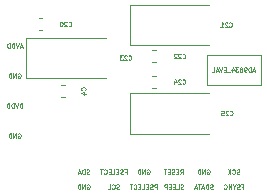
<source format=gbr>
%TF.GenerationSoftware,KiCad,Pcbnew,5.1.6-c6e7f7d~87~ubuntu18.04.1*%
%TF.CreationDate,2020-08-02T22:12:59+02:00*%
%TF.ProjectId,ad9834_eval,61643938-3334-45f6-9576-616c2e6b6963,rev?*%
%TF.SameCoordinates,Original*%
%TF.FileFunction,Legend,Bot*%
%TF.FilePolarity,Positive*%
%FSLAX46Y46*%
G04 Gerber Fmt 4.6, Leading zero omitted, Abs format (unit mm)*
G04 Created by KiCad (PCBNEW 5.1.6-c6e7f7d~87~ubuntu18.04.1) date 2020-08-02 22:12:59*
%MOMM*%
%LPD*%
G01*
G04 APERTURE LIST*
%ADD10C,0.076200*%
G04 APERTURE END LIST*
D10*
X95250000Y-80518000D02*
X90678000Y-80518000D01*
X95250000Y-83058000D02*
X95250000Y-80518000D01*
X90678000Y-83058000D02*
X95250000Y-83058000D01*
X90678000Y-80518000D02*
X90678000Y-83058000D01*
X94769214Y-81851500D02*
X94587785Y-81851500D01*
X94805500Y-81960357D02*
X94678500Y-81579357D01*
X94551500Y-81960357D01*
X94424500Y-81960357D02*
X94424500Y-81579357D01*
X94333785Y-81579357D01*
X94279357Y-81597500D01*
X94243071Y-81633785D01*
X94224928Y-81670071D01*
X94206785Y-81742642D01*
X94206785Y-81797071D01*
X94224928Y-81869642D01*
X94243071Y-81905928D01*
X94279357Y-81942214D01*
X94333785Y-81960357D01*
X94424500Y-81960357D01*
X94025357Y-81960357D02*
X93952785Y-81960357D01*
X93916500Y-81942214D01*
X93898357Y-81924071D01*
X93862071Y-81869642D01*
X93843928Y-81797071D01*
X93843928Y-81651928D01*
X93862071Y-81615642D01*
X93880214Y-81597500D01*
X93916500Y-81579357D01*
X93989071Y-81579357D01*
X94025357Y-81597500D01*
X94043500Y-81615642D01*
X94061642Y-81651928D01*
X94061642Y-81742642D01*
X94043500Y-81778928D01*
X94025357Y-81797071D01*
X93989071Y-81815214D01*
X93916500Y-81815214D01*
X93880214Y-81797071D01*
X93862071Y-81778928D01*
X93843928Y-81742642D01*
X93626214Y-81742642D02*
X93662500Y-81724500D01*
X93680642Y-81706357D01*
X93698785Y-81670071D01*
X93698785Y-81651928D01*
X93680642Y-81615642D01*
X93662500Y-81597500D01*
X93626214Y-81579357D01*
X93553642Y-81579357D01*
X93517357Y-81597500D01*
X93499214Y-81615642D01*
X93481071Y-81651928D01*
X93481071Y-81670071D01*
X93499214Y-81706357D01*
X93517357Y-81724500D01*
X93553642Y-81742642D01*
X93626214Y-81742642D01*
X93662500Y-81760785D01*
X93680642Y-81778928D01*
X93698785Y-81815214D01*
X93698785Y-81887785D01*
X93680642Y-81924071D01*
X93662500Y-81942214D01*
X93626214Y-81960357D01*
X93553642Y-81960357D01*
X93517357Y-81942214D01*
X93499214Y-81924071D01*
X93481071Y-81887785D01*
X93481071Y-81815214D01*
X93499214Y-81778928D01*
X93517357Y-81760785D01*
X93553642Y-81742642D01*
X93354071Y-81579357D02*
X93118214Y-81579357D01*
X93245214Y-81724500D01*
X93190785Y-81724500D01*
X93154500Y-81742642D01*
X93136357Y-81760785D01*
X93118214Y-81797071D01*
X93118214Y-81887785D01*
X93136357Y-81924071D01*
X93154500Y-81942214D01*
X93190785Y-81960357D01*
X93299642Y-81960357D01*
X93335928Y-81942214D01*
X93354071Y-81924071D01*
X92791642Y-81706357D02*
X92791642Y-81960357D01*
X92882357Y-81561214D02*
X92973071Y-81833357D01*
X92737214Y-81833357D01*
X92682785Y-81996642D02*
X92392500Y-81996642D01*
X92301785Y-81760785D02*
X92174785Y-81760785D01*
X92120357Y-81960357D02*
X92301785Y-81960357D01*
X92301785Y-81579357D01*
X92120357Y-81579357D01*
X92011500Y-81579357D02*
X91884500Y-81960357D01*
X91757500Y-81579357D01*
X91648642Y-81851500D02*
X91467214Y-81851500D01*
X91684928Y-81960357D02*
X91557928Y-81579357D01*
X91430928Y-81960357D01*
X91122500Y-81960357D02*
X91303928Y-81960357D01*
X91303928Y-81579357D01*
X74712285Y-82105500D02*
X74748571Y-82087357D01*
X74803000Y-82087357D01*
X74857428Y-82105500D01*
X74893714Y-82141785D01*
X74911857Y-82178071D01*
X74930000Y-82250642D01*
X74930000Y-82305071D01*
X74911857Y-82377642D01*
X74893714Y-82413928D01*
X74857428Y-82450214D01*
X74803000Y-82468357D01*
X74766714Y-82468357D01*
X74712285Y-82450214D01*
X74694142Y-82432071D01*
X74694142Y-82305071D01*
X74766714Y-82305071D01*
X74530857Y-82468357D02*
X74530857Y-82087357D01*
X74313142Y-82468357D01*
X74313142Y-82087357D01*
X74131714Y-82468357D02*
X74131714Y-82087357D01*
X74041000Y-82087357D01*
X73986571Y-82105500D01*
X73950285Y-82141785D01*
X73932142Y-82178071D01*
X73914000Y-82250642D01*
X73914000Y-82305071D01*
X73932142Y-82377642D01*
X73950285Y-82413928D01*
X73986571Y-82450214D01*
X74041000Y-82468357D01*
X74131714Y-82468357D01*
X75057000Y-79819500D02*
X74875571Y-79819500D01*
X75093285Y-79928357D02*
X74966285Y-79547357D01*
X74839285Y-79928357D01*
X74766714Y-79547357D02*
X74639714Y-79928357D01*
X74512714Y-79547357D01*
X74385714Y-79928357D02*
X74385714Y-79547357D01*
X74295000Y-79547357D01*
X74240571Y-79565500D01*
X74204285Y-79601785D01*
X74186142Y-79638071D01*
X74168000Y-79710642D01*
X74168000Y-79765071D01*
X74186142Y-79837642D01*
X74204285Y-79873928D01*
X74240571Y-79910214D01*
X74295000Y-79928357D01*
X74385714Y-79928357D01*
X74004714Y-79928357D02*
X74004714Y-79547357D01*
X73914000Y-79547357D01*
X73859571Y-79565500D01*
X73823285Y-79601785D01*
X73805142Y-79638071D01*
X73787000Y-79710642D01*
X73787000Y-79765071D01*
X73805142Y-79837642D01*
X73823285Y-79873928D01*
X73859571Y-79910214D01*
X73914000Y-79928357D01*
X74004714Y-79928357D01*
X75066071Y-85008357D02*
X75066071Y-84627357D01*
X74975357Y-84627357D01*
X74920928Y-84645500D01*
X74884642Y-84681785D01*
X74866500Y-84718071D01*
X74848357Y-84790642D01*
X74848357Y-84845071D01*
X74866500Y-84917642D01*
X74884642Y-84953928D01*
X74920928Y-84990214D01*
X74975357Y-85008357D01*
X75066071Y-85008357D01*
X74739500Y-84627357D02*
X74612500Y-85008357D01*
X74485500Y-84627357D01*
X74358500Y-85008357D02*
X74358500Y-84627357D01*
X74267785Y-84627357D01*
X74213357Y-84645500D01*
X74177071Y-84681785D01*
X74158928Y-84718071D01*
X74140785Y-84790642D01*
X74140785Y-84845071D01*
X74158928Y-84917642D01*
X74177071Y-84953928D01*
X74213357Y-84990214D01*
X74267785Y-85008357D01*
X74358500Y-85008357D01*
X73977500Y-85008357D02*
X73977500Y-84627357D01*
X73886785Y-84627357D01*
X73832357Y-84645500D01*
X73796071Y-84681785D01*
X73777928Y-84718071D01*
X73759785Y-84790642D01*
X73759785Y-84845071D01*
X73777928Y-84917642D01*
X73796071Y-84953928D01*
X73832357Y-84990214D01*
X73886785Y-85008357D01*
X73977500Y-85008357D01*
X80554285Y-91503500D02*
X80590571Y-91485357D01*
X80645000Y-91485357D01*
X80699428Y-91503500D01*
X80735714Y-91539785D01*
X80753857Y-91576071D01*
X80772000Y-91648642D01*
X80772000Y-91703071D01*
X80753857Y-91775642D01*
X80735714Y-91811928D01*
X80699428Y-91848214D01*
X80645000Y-91866357D01*
X80608714Y-91866357D01*
X80554285Y-91848214D01*
X80536142Y-91830071D01*
X80536142Y-91703071D01*
X80608714Y-91703071D01*
X80372857Y-91866357D02*
X80372857Y-91485357D01*
X80155142Y-91866357D01*
X80155142Y-91485357D01*
X79973714Y-91866357D02*
X79973714Y-91485357D01*
X79883000Y-91485357D01*
X79828571Y-91503500D01*
X79792285Y-91539785D01*
X79774142Y-91576071D01*
X79756000Y-91648642D01*
X79756000Y-91703071D01*
X79774142Y-91775642D01*
X79792285Y-91811928D01*
X79828571Y-91848214D01*
X79883000Y-91866357D01*
X79973714Y-91866357D01*
X85634285Y-90233500D02*
X85670571Y-90215357D01*
X85725000Y-90215357D01*
X85779428Y-90233500D01*
X85815714Y-90269785D01*
X85833857Y-90306071D01*
X85852000Y-90378642D01*
X85852000Y-90433071D01*
X85833857Y-90505642D01*
X85815714Y-90541928D01*
X85779428Y-90578214D01*
X85725000Y-90596357D01*
X85688714Y-90596357D01*
X85634285Y-90578214D01*
X85616142Y-90560071D01*
X85616142Y-90433071D01*
X85688714Y-90433071D01*
X85452857Y-90596357D02*
X85452857Y-90215357D01*
X85235142Y-90596357D01*
X85235142Y-90215357D01*
X85053714Y-90596357D02*
X85053714Y-90215357D01*
X84963000Y-90215357D01*
X84908571Y-90233500D01*
X84872285Y-90269785D01*
X84854142Y-90306071D01*
X84836000Y-90378642D01*
X84836000Y-90433071D01*
X84854142Y-90505642D01*
X84872285Y-90541928D01*
X84908571Y-90578214D01*
X84963000Y-90596357D01*
X85053714Y-90596357D01*
X90714285Y-90233500D02*
X90750571Y-90215357D01*
X90805000Y-90215357D01*
X90859428Y-90233500D01*
X90895714Y-90269785D01*
X90913857Y-90306071D01*
X90932000Y-90378642D01*
X90932000Y-90433071D01*
X90913857Y-90505642D01*
X90895714Y-90541928D01*
X90859428Y-90578214D01*
X90805000Y-90596357D01*
X90768714Y-90596357D01*
X90714285Y-90578214D01*
X90696142Y-90560071D01*
X90696142Y-90433071D01*
X90768714Y-90433071D01*
X90532857Y-90596357D02*
X90532857Y-90215357D01*
X90315142Y-90596357D01*
X90315142Y-90215357D01*
X90133714Y-90596357D02*
X90133714Y-90215357D01*
X90043000Y-90215357D01*
X89988571Y-90233500D01*
X89952285Y-90269785D01*
X89934142Y-90306071D01*
X89916000Y-90378642D01*
X89916000Y-90433071D01*
X89934142Y-90505642D01*
X89952285Y-90541928D01*
X89988571Y-90578214D01*
X90043000Y-90596357D01*
X90133714Y-90596357D01*
X83765571Y-90396785D02*
X83892571Y-90396785D01*
X83892571Y-90596357D02*
X83892571Y-90215357D01*
X83711142Y-90215357D01*
X83584142Y-90578214D02*
X83529714Y-90596357D01*
X83439000Y-90596357D01*
X83402714Y-90578214D01*
X83384571Y-90560071D01*
X83366428Y-90523785D01*
X83366428Y-90487500D01*
X83384571Y-90451214D01*
X83402714Y-90433071D01*
X83439000Y-90414928D01*
X83511571Y-90396785D01*
X83547857Y-90378642D01*
X83566000Y-90360500D01*
X83584142Y-90324214D01*
X83584142Y-90287928D01*
X83566000Y-90251642D01*
X83547857Y-90233500D01*
X83511571Y-90215357D01*
X83420857Y-90215357D01*
X83366428Y-90233500D01*
X83203142Y-90396785D02*
X83076142Y-90396785D01*
X83021714Y-90596357D02*
X83203142Y-90596357D01*
X83203142Y-90215357D01*
X83021714Y-90215357D01*
X82677000Y-90596357D02*
X82858428Y-90596357D01*
X82858428Y-90215357D01*
X82550000Y-90396785D02*
X82423000Y-90396785D01*
X82368571Y-90596357D02*
X82550000Y-90596357D01*
X82550000Y-90215357D01*
X82368571Y-90215357D01*
X81987571Y-90560071D02*
X82005714Y-90578214D01*
X82060142Y-90596357D01*
X82096428Y-90596357D01*
X82150857Y-90578214D01*
X82187142Y-90541928D01*
X82205285Y-90505642D01*
X82223428Y-90433071D01*
X82223428Y-90378642D01*
X82205285Y-90306071D01*
X82187142Y-90269785D01*
X82150857Y-90233500D01*
X82096428Y-90215357D01*
X82060142Y-90215357D01*
X82005714Y-90233500D01*
X81987571Y-90251642D01*
X81878714Y-90215357D02*
X81661000Y-90215357D01*
X81769857Y-90596357D02*
X81769857Y-90215357D01*
X86459785Y-91866357D02*
X86459785Y-91485357D01*
X86314642Y-91485357D01*
X86278357Y-91503500D01*
X86260214Y-91521642D01*
X86242071Y-91557928D01*
X86242071Y-91612357D01*
X86260214Y-91648642D01*
X86278357Y-91666785D01*
X86314642Y-91684928D01*
X86459785Y-91684928D01*
X86096928Y-91848214D02*
X86042500Y-91866357D01*
X85951785Y-91866357D01*
X85915500Y-91848214D01*
X85897357Y-91830071D01*
X85879214Y-91793785D01*
X85879214Y-91757500D01*
X85897357Y-91721214D01*
X85915500Y-91703071D01*
X85951785Y-91684928D01*
X86024357Y-91666785D01*
X86060642Y-91648642D01*
X86078785Y-91630500D01*
X86096928Y-91594214D01*
X86096928Y-91557928D01*
X86078785Y-91521642D01*
X86060642Y-91503500D01*
X86024357Y-91485357D01*
X85933642Y-91485357D01*
X85879214Y-91503500D01*
X85715928Y-91666785D02*
X85588928Y-91666785D01*
X85534500Y-91866357D02*
X85715928Y-91866357D01*
X85715928Y-91485357D01*
X85534500Y-91485357D01*
X85189785Y-91866357D02*
X85371214Y-91866357D01*
X85371214Y-91485357D01*
X85062785Y-91666785D02*
X84935785Y-91666785D01*
X84881357Y-91866357D02*
X85062785Y-91866357D01*
X85062785Y-91485357D01*
X84881357Y-91485357D01*
X84500357Y-91830071D02*
X84518500Y-91848214D01*
X84572928Y-91866357D01*
X84609214Y-91866357D01*
X84663642Y-91848214D01*
X84699928Y-91811928D01*
X84718071Y-91775642D01*
X84736214Y-91703071D01*
X84736214Y-91648642D01*
X84718071Y-91576071D01*
X84699928Y-91539785D01*
X84663642Y-91503500D01*
X84609214Y-91485357D01*
X84572928Y-91485357D01*
X84518500Y-91503500D01*
X84500357Y-91521642D01*
X84391500Y-91485357D02*
X84173785Y-91485357D01*
X84282642Y-91866357D02*
X84282642Y-91485357D01*
X88682285Y-91848214D02*
X88627857Y-91866357D01*
X88537142Y-91866357D01*
X88500857Y-91848214D01*
X88482714Y-91830071D01*
X88464571Y-91793785D01*
X88464571Y-91757500D01*
X88482714Y-91721214D01*
X88500857Y-91703071D01*
X88537142Y-91684928D01*
X88609714Y-91666785D01*
X88646000Y-91648642D01*
X88664142Y-91630500D01*
X88682285Y-91594214D01*
X88682285Y-91557928D01*
X88664142Y-91521642D01*
X88646000Y-91503500D01*
X88609714Y-91485357D01*
X88519000Y-91485357D01*
X88464571Y-91503500D01*
X88119857Y-91866357D02*
X88301285Y-91866357D01*
X88301285Y-91485357D01*
X87992857Y-91666785D02*
X87865857Y-91666785D01*
X87811428Y-91866357D02*
X87992857Y-91866357D01*
X87992857Y-91485357D01*
X87811428Y-91485357D01*
X87648142Y-91666785D02*
X87521142Y-91666785D01*
X87466714Y-91866357D02*
X87648142Y-91866357D01*
X87648142Y-91485357D01*
X87466714Y-91485357D01*
X87303428Y-91866357D02*
X87303428Y-91485357D01*
X87158285Y-91485357D01*
X87122000Y-91503500D01*
X87103857Y-91521642D01*
X87085714Y-91557928D01*
X87085714Y-91612357D01*
X87103857Y-91648642D01*
X87122000Y-91666785D01*
X87158285Y-91684928D01*
X87303428Y-91684928D01*
X74712285Y-87185500D02*
X74748571Y-87167357D01*
X74803000Y-87167357D01*
X74857428Y-87185500D01*
X74893714Y-87221785D01*
X74911857Y-87258071D01*
X74930000Y-87330642D01*
X74930000Y-87385071D01*
X74911857Y-87457642D01*
X74893714Y-87493928D01*
X74857428Y-87530214D01*
X74803000Y-87548357D01*
X74766714Y-87548357D01*
X74712285Y-87530214D01*
X74694142Y-87512071D01*
X74694142Y-87385071D01*
X74766714Y-87385071D01*
X74530857Y-87548357D02*
X74530857Y-87167357D01*
X74313142Y-87548357D01*
X74313142Y-87167357D01*
X74131714Y-87548357D02*
X74131714Y-87167357D01*
X74041000Y-87167357D01*
X73986571Y-87185500D01*
X73950285Y-87221785D01*
X73932142Y-87258071D01*
X73914000Y-87330642D01*
X73914000Y-87385071D01*
X73932142Y-87457642D01*
X73950285Y-87493928D01*
X73986571Y-87530214D01*
X74041000Y-87548357D01*
X74131714Y-87548357D01*
X93644357Y-91666785D02*
X93771357Y-91666785D01*
X93771357Y-91866357D02*
X93771357Y-91485357D01*
X93589928Y-91485357D01*
X93462928Y-91848214D02*
X93408500Y-91866357D01*
X93317785Y-91866357D01*
X93281500Y-91848214D01*
X93263357Y-91830071D01*
X93245214Y-91793785D01*
X93245214Y-91757500D01*
X93263357Y-91721214D01*
X93281500Y-91703071D01*
X93317785Y-91684928D01*
X93390357Y-91666785D01*
X93426642Y-91648642D01*
X93444785Y-91630500D01*
X93462928Y-91594214D01*
X93462928Y-91557928D01*
X93444785Y-91521642D01*
X93426642Y-91503500D01*
X93390357Y-91485357D01*
X93299642Y-91485357D01*
X93245214Y-91503500D01*
X93009357Y-91684928D02*
X93009357Y-91866357D01*
X93136357Y-91485357D02*
X93009357Y-91684928D01*
X92882357Y-91485357D01*
X92755357Y-91866357D02*
X92755357Y-91485357D01*
X92537642Y-91866357D01*
X92537642Y-91485357D01*
X92138500Y-91830071D02*
X92156642Y-91848214D01*
X92211071Y-91866357D01*
X92247357Y-91866357D01*
X92301785Y-91848214D01*
X92338071Y-91811928D01*
X92356214Y-91775642D01*
X92374357Y-91703071D01*
X92374357Y-91648642D01*
X92356214Y-91576071D01*
X92338071Y-91539785D01*
X92301785Y-91503500D01*
X92247357Y-91485357D01*
X92211071Y-91485357D01*
X92156642Y-91503500D01*
X92138500Y-91521642D01*
X83257571Y-91848214D02*
X83203142Y-91866357D01*
X83112428Y-91866357D01*
X83076142Y-91848214D01*
X83058000Y-91830071D01*
X83039857Y-91793785D01*
X83039857Y-91757500D01*
X83058000Y-91721214D01*
X83076142Y-91703071D01*
X83112428Y-91684928D01*
X83185000Y-91666785D01*
X83221285Y-91648642D01*
X83239428Y-91630500D01*
X83257571Y-91594214D01*
X83257571Y-91557928D01*
X83239428Y-91521642D01*
X83221285Y-91503500D01*
X83185000Y-91485357D01*
X83094285Y-91485357D01*
X83039857Y-91503500D01*
X82658857Y-91830071D02*
X82677000Y-91848214D01*
X82731428Y-91866357D01*
X82767714Y-91866357D01*
X82822142Y-91848214D01*
X82858428Y-91811928D01*
X82876571Y-91775642D01*
X82894714Y-91703071D01*
X82894714Y-91648642D01*
X82876571Y-91576071D01*
X82858428Y-91539785D01*
X82822142Y-91503500D01*
X82767714Y-91485357D01*
X82731428Y-91485357D01*
X82677000Y-91503500D01*
X82658857Y-91521642D01*
X82314142Y-91866357D02*
X82495571Y-91866357D01*
X82495571Y-91485357D01*
X80726642Y-90578214D02*
X80672214Y-90596357D01*
X80581500Y-90596357D01*
X80545214Y-90578214D01*
X80527071Y-90560071D01*
X80508928Y-90523785D01*
X80508928Y-90487500D01*
X80527071Y-90451214D01*
X80545214Y-90433071D01*
X80581500Y-90414928D01*
X80654071Y-90396785D01*
X80690357Y-90378642D01*
X80708500Y-90360500D01*
X80726642Y-90324214D01*
X80726642Y-90287928D01*
X80708500Y-90251642D01*
X80690357Y-90233500D01*
X80654071Y-90215357D01*
X80563357Y-90215357D01*
X80508928Y-90233500D01*
X80345642Y-90596357D02*
X80345642Y-90215357D01*
X80254928Y-90215357D01*
X80200500Y-90233500D01*
X80164214Y-90269785D01*
X80146071Y-90306071D01*
X80127928Y-90378642D01*
X80127928Y-90433071D01*
X80146071Y-90505642D01*
X80164214Y-90541928D01*
X80200500Y-90578214D01*
X80254928Y-90596357D01*
X80345642Y-90596357D01*
X79982785Y-90487500D02*
X79801357Y-90487500D01*
X80019071Y-90596357D02*
X79892071Y-90215357D01*
X79765071Y-90596357D01*
X88437357Y-90596357D02*
X88564357Y-90414928D01*
X88655071Y-90596357D02*
X88655071Y-90215357D01*
X88509928Y-90215357D01*
X88473642Y-90233500D01*
X88455500Y-90251642D01*
X88437357Y-90287928D01*
X88437357Y-90342357D01*
X88455500Y-90378642D01*
X88473642Y-90396785D01*
X88509928Y-90414928D01*
X88655071Y-90414928D01*
X88274071Y-90396785D02*
X88147071Y-90396785D01*
X88092642Y-90596357D02*
X88274071Y-90596357D01*
X88274071Y-90215357D01*
X88092642Y-90215357D01*
X87947500Y-90578214D02*
X87893071Y-90596357D01*
X87802357Y-90596357D01*
X87766071Y-90578214D01*
X87747928Y-90560071D01*
X87729785Y-90523785D01*
X87729785Y-90487500D01*
X87747928Y-90451214D01*
X87766071Y-90433071D01*
X87802357Y-90414928D01*
X87874928Y-90396785D01*
X87911214Y-90378642D01*
X87929357Y-90360500D01*
X87947500Y-90324214D01*
X87947500Y-90287928D01*
X87929357Y-90251642D01*
X87911214Y-90233500D01*
X87874928Y-90215357D01*
X87784214Y-90215357D01*
X87729785Y-90233500D01*
X87566500Y-90396785D02*
X87439500Y-90396785D01*
X87385071Y-90596357D02*
X87566500Y-90596357D01*
X87566500Y-90215357D01*
X87385071Y-90215357D01*
X87276214Y-90215357D02*
X87058500Y-90215357D01*
X87167357Y-90596357D02*
X87167357Y-90215357D01*
X93453857Y-90578214D02*
X93399428Y-90596357D01*
X93308714Y-90596357D01*
X93272428Y-90578214D01*
X93254285Y-90560071D01*
X93236142Y-90523785D01*
X93236142Y-90487500D01*
X93254285Y-90451214D01*
X93272428Y-90433071D01*
X93308714Y-90414928D01*
X93381285Y-90396785D01*
X93417571Y-90378642D01*
X93435714Y-90360500D01*
X93453857Y-90324214D01*
X93453857Y-90287928D01*
X93435714Y-90251642D01*
X93417571Y-90233500D01*
X93381285Y-90215357D01*
X93290571Y-90215357D01*
X93236142Y-90233500D01*
X92855142Y-90560071D02*
X92873285Y-90578214D01*
X92927714Y-90596357D01*
X92964000Y-90596357D01*
X93018428Y-90578214D01*
X93054714Y-90541928D01*
X93072857Y-90505642D01*
X93091000Y-90433071D01*
X93091000Y-90378642D01*
X93072857Y-90306071D01*
X93054714Y-90269785D01*
X93018428Y-90233500D01*
X92964000Y-90215357D01*
X92927714Y-90215357D01*
X92873285Y-90233500D01*
X92855142Y-90251642D01*
X92691857Y-90596357D02*
X92691857Y-90215357D01*
X92474142Y-90596357D02*
X92637428Y-90378642D01*
X92474142Y-90215357D02*
X92691857Y-90433071D01*
X91195071Y-91848214D02*
X91140642Y-91866357D01*
X91049928Y-91866357D01*
X91013642Y-91848214D01*
X90995500Y-91830071D01*
X90977357Y-91793785D01*
X90977357Y-91757500D01*
X90995500Y-91721214D01*
X91013642Y-91703071D01*
X91049928Y-91684928D01*
X91122500Y-91666785D01*
X91158785Y-91648642D01*
X91176928Y-91630500D01*
X91195071Y-91594214D01*
X91195071Y-91557928D01*
X91176928Y-91521642D01*
X91158785Y-91503500D01*
X91122500Y-91485357D01*
X91031785Y-91485357D01*
X90977357Y-91503500D01*
X90814071Y-91866357D02*
X90814071Y-91485357D01*
X90723357Y-91485357D01*
X90668928Y-91503500D01*
X90632642Y-91539785D01*
X90614500Y-91576071D01*
X90596357Y-91648642D01*
X90596357Y-91703071D01*
X90614500Y-91775642D01*
X90632642Y-91811928D01*
X90668928Y-91848214D01*
X90723357Y-91866357D01*
X90814071Y-91866357D01*
X90451214Y-91757500D02*
X90269785Y-91757500D01*
X90487500Y-91866357D02*
X90360500Y-91485357D01*
X90233500Y-91866357D01*
X90160928Y-91485357D02*
X89943214Y-91485357D01*
X90052071Y-91866357D02*
X90052071Y-91485357D01*
X89834357Y-91757500D02*
X89652928Y-91757500D01*
X89870642Y-91866357D02*
X89743642Y-91485357D01*
X89616642Y-91866357D01*
%TO.C,C4*%
X78348721Y-84076000D02*
X78674279Y-84076000D01*
X78348721Y-83056000D02*
X78674279Y-83056000D01*
%TO.C,C25*%
X90908100Y-87181000D02*
X84148100Y-87181000D01*
X84148100Y-87181000D02*
X84148100Y-83761000D01*
X84148100Y-83761000D02*
X90908100Y-83761000D01*
%TO.C,C24*%
X86070321Y-83314000D02*
X86395879Y-83314000D01*
X86070321Y-82294000D02*
X86395879Y-82294000D01*
%TO.C,C23*%
X82170500Y-82482000D02*
X75410500Y-82482000D01*
X75410500Y-82482000D02*
X75410500Y-79062000D01*
X75410500Y-79062000D02*
X82170500Y-79062000D01*
%TO.C,C22*%
X86070321Y-81155000D02*
X86395879Y-81155000D01*
X86070321Y-80135000D02*
X86395879Y-80135000D01*
%TO.C,C21*%
X90908100Y-79688000D02*
X84148100Y-79688000D01*
X84148100Y-79688000D02*
X84148100Y-76268000D01*
X84148100Y-76268000D02*
X90908100Y-76268000D01*
%TO.C,C20*%
X76443721Y-78424500D02*
X76769279Y-78424500D01*
X76443721Y-77404500D02*
X76769279Y-77404500D01*
%TO.C,C4*%
X80400071Y-83502500D02*
X80418214Y-83484357D01*
X80436357Y-83429928D01*
X80436357Y-83393642D01*
X80418214Y-83339214D01*
X80381928Y-83302928D01*
X80345642Y-83284785D01*
X80273071Y-83266642D01*
X80218642Y-83266642D01*
X80146071Y-83284785D01*
X80109785Y-83302928D01*
X80073500Y-83339214D01*
X80055357Y-83393642D01*
X80055357Y-83429928D01*
X80073500Y-83484357D01*
X80091642Y-83502500D01*
X80182357Y-83829071D02*
X80436357Y-83829071D01*
X80037214Y-83738357D02*
X80309357Y-83647642D01*
X80309357Y-83883500D01*
%TO.C,C25*%
X92637428Y-85607071D02*
X92655571Y-85625214D01*
X92710000Y-85643357D01*
X92746285Y-85643357D01*
X92800714Y-85625214D01*
X92837000Y-85588928D01*
X92855142Y-85552642D01*
X92873285Y-85480071D01*
X92873285Y-85425642D01*
X92855142Y-85353071D01*
X92837000Y-85316785D01*
X92800714Y-85280500D01*
X92746285Y-85262357D01*
X92710000Y-85262357D01*
X92655571Y-85280500D01*
X92637428Y-85298642D01*
X92492285Y-85298642D02*
X92474142Y-85280500D01*
X92437857Y-85262357D01*
X92347142Y-85262357D01*
X92310857Y-85280500D01*
X92292714Y-85298642D01*
X92274571Y-85334928D01*
X92274571Y-85371214D01*
X92292714Y-85425642D01*
X92510428Y-85643357D01*
X92274571Y-85643357D01*
X91929857Y-85262357D02*
X92111285Y-85262357D01*
X92129428Y-85443785D01*
X92111285Y-85425642D01*
X92075000Y-85407500D01*
X91984285Y-85407500D01*
X91948000Y-85425642D01*
X91929857Y-85443785D01*
X91911714Y-85480071D01*
X91911714Y-85570785D01*
X91929857Y-85607071D01*
X91948000Y-85625214D01*
X91984285Y-85643357D01*
X92075000Y-85643357D01*
X92111285Y-85625214D01*
X92129428Y-85607071D01*
%TO.C,C24*%
X88636928Y-82940071D02*
X88655071Y-82958214D01*
X88709500Y-82976357D01*
X88745785Y-82976357D01*
X88800214Y-82958214D01*
X88836500Y-82921928D01*
X88854642Y-82885642D01*
X88872785Y-82813071D01*
X88872785Y-82758642D01*
X88854642Y-82686071D01*
X88836500Y-82649785D01*
X88800214Y-82613500D01*
X88745785Y-82595357D01*
X88709500Y-82595357D01*
X88655071Y-82613500D01*
X88636928Y-82631642D01*
X88491785Y-82631642D02*
X88473642Y-82613500D01*
X88437357Y-82595357D01*
X88346642Y-82595357D01*
X88310357Y-82613500D01*
X88292214Y-82631642D01*
X88274071Y-82667928D01*
X88274071Y-82704214D01*
X88292214Y-82758642D01*
X88509928Y-82976357D01*
X88274071Y-82976357D01*
X87947500Y-82722357D02*
X87947500Y-82976357D01*
X88038214Y-82577214D02*
X88128928Y-82849357D01*
X87893071Y-82849357D01*
%TO.C,C23*%
X84064928Y-80908071D02*
X84083071Y-80926214D01*
X84137500Y-80944357D01*
X84173785Y-80944357D01*
X84228214Y-80926214D01*
X84264500Y-80889928D01*
X84282642Y-80853642D01*
X84300785Y-80781071D01*
X84300785Y-80726642D01*
X84282642Y-80654071D01*
X84264500Y-80617785D01*
X84228214Y-80581500D01*
X84173785Y-80563357D01*
X84137500Y-80563357D01*
X84083071Y-80581500D01*
X84064928Y-80599642D01*
X83919785Y-80599642D02*
X83901642Y-80581500D01*
X83865357Y-80563357D01*
X83774642Y-80563357D01*
X83738357Y-80581500D01*
X83720214Y-80599642D01*
X83702071Y-80635928D01*
X83702071Y-80672214D01*
X83720214Y-80726642D01*
X83937928Y-80944357D01*
X83702071Y-80944357D01*
X83575071Y-80563357D02*
X83339214Y-80563357D01*
X83466214Y-80708500D01*
X83411785Y-80708500D01*
X83375500Y-80726642D01*
X83357357Y-80744785D01*
X83339214Y-80781071D01*
X83339214Y-80871785D01*
X83357357Y-80908071D01*
X83375500Y-80926214D01*
X83411785Y-80944357D01*
X83520642Y-80944357D01*
X83556928Y-80926214D01*
X83575071Y-80908071D01*
%TO.C,C22*%
X88636928Y-80781071D02*
X88655071Y-80799214D01*
X88709500Y-80817357D01*
X88745785Y-80817357D01*
X88800214Y-80799214D01*
X88836500Y-80762928D01*
X88854642Y-80726642D01*
X88872785Y-80654071D01*
X88872785Y-80599642D01*
X88854642Y-80527071D01*
X88836500Y-80490785D01*
X88800214Y-80454500D01*
X88745785Y-80436357D01*
X88709500Y-80436357D01*
X88655071Y-80454500D01*
X88636928Y-80472642D01*
X88491785Y-80472642D02*
X88473642Y-80454500D01*
X88437357Y-80436357D01*
X88346642Y-80436357D01*
X88310357Y-80454500D01*
X88292214Y-80472642D01*
X88274071Y-80508928D01*
X88274071Y-80545214D01*
X88292214Y-80599642D01*
X88509928Y-80817357D01*
X88274071Y-80817357D01*
X88128928Y-80472642D02*
X88110785Y-80454500D01*
X88074500Y-80436357D01*
X87983785Y-80436357D01*
X87947500Y-80454500D01*
X87929357Y-80472642D01*
X87911214Y-80508928D01*
X87911214Y-80545214D01*
X87929357Y-80599642D01*
X88147071Y-80817357D01*
X87911214Y-80817357D01*
%TO.C,C21*%
X92573928Y-78114071D02*
X92592071Y-78132214D01*
X92646500Y-78150357D01*
X92682785Y-78150357D01*
X92737214Y-78132214D01*
X92773500Y-78095928D01*
X92791642Y-78059642D01*
X92809785Y-77987071D01*
X92809785Y-77932642D01*
X92791642Y-77860071D01*
X92773500Y-77823785D01*
X92737214Y-77787500D01*
X92682785Y-77769357D01*
X92646500Y-77769357D01*
X92592071Y-77787500D01*
X92573928Y-77805642D01*
X92428785Y-77805642D02*
X92410642Y-77787500D01*
X92374357Y-77769357D01*
X92283642Y-77769357D01*
X92247357Y-77787500D01*
X92229214Y-77805642D01*
X92211071Y-77841928D01*
X92211071Y-77878214D01*
X92229214Y-77932642D01*
X92446928Y-78150357D01*
X92211071Y-78150357D01*
X91848214Y-78150357D02*
X92065928Y-78150357D01*
X91957071Y-78150357D02*
X91957071Y-77769357D01*
X91993357Y-77823785D01*
X92029642Y-77860071D01*
X92065928Y-77878214D01*
%TO.C,C20*%
X78984928Y-78050571D02*
X79003071Y-78068714D01*
X79057500Y-78086857D01*
X79093785Y-78086857D01*
X79148214Y-78068714D01*
X79184500Y-78032428D01*
X79202642Y-77996142D01*
X79220785Y-77923571D01*
X79220785Y-77869142D01*
X79202642Y-77796571D01*
X79184500Y-77760285D01*
X79148214Y-77724000D01*
X79093785Y-77705857D01*
X79057500Y-77705857D01*
X79003071Y-77724000D01*
X78984928Y-77742142D01*
X78839785Y-77742142D02*
X78821642Y-77724000D01*
X78785357Y-77705857D01*
X78694642Y-77705857D01*
X78658357Y-77724000D01*
X78640214Y-77742142D01*
X78622071Y-77778428D01*
X78622071Y-77814714D01*
X78640214Y-77869142D01*
X78857928Y-78086857D01*
X78622071Y-78086857D01*
X78386214Y-77705857D02*
X78349928Y-77705857D01*
X78313642Y-77724000D01*
X78295500Y-77742142D01*
X78277357Y-77778428D01*
X78259214Y-77851000D01*
X78259214Y-77941714D01*
X78277357Y-78014285D01*
X78295500Y-78050571D01*
X78313642Y-78068714D01*
X78349928Y-78086857D01*
X78386214Y-78086857D01*
X78422500Y-78068714D01*
X78440642Y-78050571D01*
X78458785Y-78014285D01*
X78476928Y-77941714D01*
X78476928Y-77851000D01*
X78458785Y-77778428D01*
X78440642Y-77742142D01*
X78422500Y-77724000D01*
X78386214Y-77705857D01*
%TD*%
M02*

</source>
